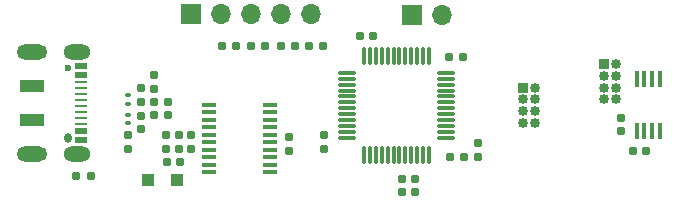
<source format=gts>
G04 #@! TF.GenerationSoftware,KiCad,Pcbnew,(6.0.1)*
G04 #@! TF.CreationDate,2023-03-18T21:32:40+01:00*
G04 #@! TF.ProjectId,usb-magnetometer,7573622d-6d61-4676-9e65-746f6d657465,rev?*
G04 #@! TF.SameCoordinates,Original*
G04 #@! TF.FileFunction,Soldermask,Top*
G04 #@! TF.FilePolarity,Negative*
%FSLAX46Y46*%
G04 Gerber Fmt 4.6, Leading zero omitted, Abs format (unit mm)*
G04 Created by KiCad (PCBNEW (6.0.1)) date 2023-03-18 21:32:40*
%MOMM*%
%LPD*%
G01*
G04 APERTURE LIST*
G04 Aperture macros list*
%AMRoundRect*
0 Rectangle with rounded corners*
0 $1 Rounding radius*
0 $2 $3 $4 $5 $6 $7 $8 $9 X,Y pos of 4 corners*
0 Add a 4 corners polygon primitive as box body*
4,1,4,$2,$3,$4,$5,$6,$7,$8,$9,$2,$3,0*
0 Add four circle primitives for the rounded corners*
1,1,$1+$1,$2,$3*
1,1,$1+$1,$4,$5*
1,1,$1+$1,$6,$7*
1,1,$1+$1,$8,$9*
0 Add four rect primitives between the rounded corners*
20,1,$1+$1,$2,$3,$4,$5,0*
20,1,$1+$1,$4,$5,$6,$7,0*
20,1,$1+$1,$6,$7,$8,$9,0*
20,1,$1+$1,$8,$9,$2,$3,0*%
G04 Aperture macros list end*
%ADD10RoundRect,0.160000X-0.197500X-0.160000X0.197500X-0.160000X0.197500X0.160000X-0.197500X0.160000X0*%
%ADD11RoundRect,0.050000X0.200000X-0.100000X0.200000X0.100000X-0.200000X0.100000X-0.200000X-0.100000X0*%
%ADD12RoundRect,0.075000X0.075000X-0.662500X0.075000X0.662500X-0.075000X0.662500X-0.075000X-0.662500X0*%
%ADD13RoundRect,0.075000X0.662500X-0.075000X0.662500X0.075000X-0.662500X0.075000X-0.662500X-0.075000X0*%
%ADD14RoundRect,0.155000X0.155000X-0.212500X0.155000X0.212500X-0.155000X0.212500X-0.155000X-0.212500X0*%
%ADD15RoundRect,0.160000X-0.160000X0.197500X-0.160000X-0.197500X0.160000X-0.197500X0.160000X0.197500X0*%
%ADD16RoundRect,0.155000X-0.155000X0.212500X-0.155000X-0.212500X0.155000X-0.212500X0.155000X0.212500X0*%
%ADD17R,1.000000X1.000000*%
%ADD18RoundRect,0.160000X0.160000X-0.197500X0.160000X0.197500X-0.160000X0.197500X-0.160000X-0.197500X0*%
%ADD19O,0.600000X0.850000*%
%ADD20C,0.600000*%
%ADD21R,2.000000X1.000000*%
%ADD22R,1.000000X0.520000*%
%ADD23R,1.000000X0.270000*%
%ADD24O,2.600000X1.300000*%
%ADD25O,2.300000X1.300000*%
%ADD26RoundRect,0.155000X0.212500X0.155000X-0.212500X0.155000X-0.212500X-0.155000X0.212500X-0.155000X0*%
%ADD27RoundRect,0.160000X0.197500X0.160000X-0.197500X0.160000X-0.197500X-0.160000X0.197500X-0.160000X0*%
%ADD28R,0.850000X0.850000*%
%ADD29O,0.850000X0.850000*%
%ADD30RoundRect,0.155000X-0.212500X-0.155000X0.212500X-0.155000X0.212500X0.155000X-0.212500X0.155000X0*%
%ADD31R,0.450000X1.450000*%
%ADD32RoundRect,0.050000X-0.200000X0.100000X-0.200000X-0.100000X0.200000X-0.100000X0.200000X0.100000X0*%
%ADD33R,1.200000X0.400000*%
%ADD34R,1.700000X1.700000*%
%ADD35O,1.700000X1.700000*%
G04 APERTURE END LIST*
D10*
X85202500Y-147700000D03*
X86397500Y-147700000D03*
D11*
X58000000Y-143150000D03*
X58000000Y-142450000D03*
D10*
X60202500Y-144100000D03*
X61397500Y-144100000D03*
D12*
X77950000Y-147462500D03*
X78450000Y-147462500D03*
X78950000Y-147462500D03*
X79450000Y-147462500D03*
X79950000Y-147462500D03*
X80450000Y-147462500D03*
X80950000Y-147462500D03*
X81450000Y-147462500D03*
X81950000Y-147462500D03*
X82450000Y-147462500D03*
X82950000Y-147462500D03*
X83450000Y-147462500D03*
D13*
X84862500Y-146050000D03*
X84862500Y-145550000D03*
X84862500Y-145050000D03*
X84862500Y-144550000D03*
X84862500Y-144050000D03*
X84862500Y-143550000D03*
X84862500Y-143050000D03*
X84862500Y-142550000D03*
X84862500Y-142050000D03*
X84862500Y-141550000D03*
X84862500Y-141050000D03*
X84862500Y-140550000D03*
D12*
X83450000Y-139137500D03*
X82950000Y-139137500D03*
X82450000Y-139137500D03*
X81950000Y-139137500D03*
X81450000Y-139137500D03*
X80950000Y-139137500D03*
X80450000Y-139137500D03*
X79950000Y-139137500D03*
X79450000Y-139137500D03*
X78950000Y-139137500D03*
X78450000Y-139137500D03*
X77950000Y-139137500D03*
D13*
X76537500Y-140550000D03*
X76537500Y-141050000D03*
X76537500Y-141550000D03*
X76537500Y-142050000D03*
X76537500Y-142550000D03*
X76537500Y-143050000D03*
X76537500Y-143550000D03*
X76537500Y-144050000D03*
X76537500Y-144550000D03*
X76537500Y-145050000D03*
X76537500Y-145550000D03*
X76537500Y-146050000D03*
D14*
X59100000Y-143000000D03*
X59100000Y-141865000D03*
D15*
X58000000Y-145802500D03*
X58000000Y-146997500D03*
D16*
X63300000Y-145832500D03*
X63300000Y-146967500D03*
D17*
X59650000Y-149600000D03*
X62150000Y-149600000D03*
D18*
X87600000Y-147697500D03*
X87600000Y-146502500D03*
D19*
X52900000Y-146100000D03*
D20*
X52900000Y-140100000D03*
D21*
X49800000Y-144500000D03*
X49800000Y-141700000D03*
D22*
X54000000Y-140000000D03*
X54000000Y-140750000D03*
D23*
X54000000Y-141350000D03*
X54000000Y-142850000D03*
X54000000Y-143850000D03*
X54000000Y-144850000D03*
D22*
X54000000Y-145450000D03*
X54000000Y-146200000D03*
X54000000Y-146200000D03*
X54000000Y-145450000D03*
D23*
X54000000Y-144350000D03*
X54000000Y-143350000D03*
X54000000Y-142350000D03*
X54000000Y-141850000D03*
D22*
X54000000Y-140750000D03*
X54000000Y-140000000D03*
D24*
X49800000Y-147420000D03*
D25*
X53625000Y-147420000D03*
D24*
X49800000Y-138780000D03*
D25*
X53625000Y-138780000D03*
D26*
X82267500Y-149550000D03*
X81132500Y-149550000D03*
D14*
X74600000Y-146967500D03*
X74600000Y-145832500D03*
D27*
X54797500Y-149300000D03*
X53602500Y-149300000D03*
D10*
X65902500Y-138300000D03*
X67097500Y-138300000D03*
X68402500Y-138300000D03*
X69597500Y-138300000D03*
D14*
X71600000Y-147135000D03*
X71600000Y-146000000D03*
D28*
X98300000Y-139800000D03*
D29*
X99300000Y-139800000D03*
X98300000Y-140800000D03*
X99300000Y-140800000D03*
X98300000Y-141800000D03*
X99300000Y-141800000D03*
X98300000Y-142800000D03*
X99300000Y-142800000D03*
D28*
X91400000Y-141800000D03*
D29*
X92400000Y-141800000D03*
X91400000Y-142800000D03*
X92400000Y-142800000D03*
X91400000Y-143800000D03*
X92400000Y-143800000D03*
X91400000Y-144800000D03*
X92400000Y-144800000D03*
D30*
X77582500Y-137400000D03*
X78717500Y-137400000D03*
D31*
X102975000Y-141100000D03*
X102325000Y-141100000D03*
X101675000Y-141100000D03*
X101025000Y-141100000D03*
X101025000Y-145500000D03*
X101675000Y-145500000D03*
X102325000Y-145500000D03*
X102975000Y-145500000D03*
D14*
X99700000Y-145467500D03*
X99700000Y-144332500D03*
D32*
X58000000Y-144082500D03*
X58000000Y-144782500D03*
D33*
X70000000Y-148957500D03*
X70000000Y-148322500D03*
X70000000Y-147687500D03*
X70000000Y-147052500D03*
X70000000Y-146417500D03*
X70000000Y-145782500D03*
X70000000Y-145147500D03*
X70000000Y-144512500D03*
X70000000Y-143877500D03*
X70000000Y-143242500D03*
X64800000Y-143242500D03*
X64800000Y-143877500D03*
X64800000Y-144512500D03*
X64800000Y-145147500D03*
X64800000Y-145782500D03*
X64800000Y-146417500D03*
X64800000Y-147052500D03*
X64800000Y-147687500D03*
X64800000Y-148322500D03*
X64800000Y-148957500D03*
D16*
X62300000Y-145832500D03*
X62300000Y-146967500D03*
D18*
X60200000Y-141897500D03*
X60200000Y-140702500D03*
D30*
X73332500Y-138300000D03*
X74467500Y-138300000D03*
D34*
X63325000Y-135600000D03*
D35*
X65865000Y-135600000D03*
X68405000Y-135600000D03*
X70945000Y-135600000D03*
X73485000Y-135600000D03*
D10*
X70902500Y-138300000D03*
X72097500Y-138300000D03*
D26*
X82267500Y-150600000D03*
X81132500Y-150600000D03*
D34*
X82025000Y-135650000D03*
D35*
X84565000Y-135650000D03*
D10*
X60202500Y-143032500D03*
X61397500Y-143032500D03*
D30*
X100732500Y-147200000D03*
X101867500Y-147200000D03*
X85182500Y-139200000D03*
X86317500Y-139200000D03*
D16*
X59100000Y-144165000D03*
X59100000Y-145300000D03*
D18*
X61200000Y-146997500D03*
X61200000Y-145802500D03*
D30*
X61232500Y-148100000D03*
X62367500Y-148100000D03*
M02*

</source>
